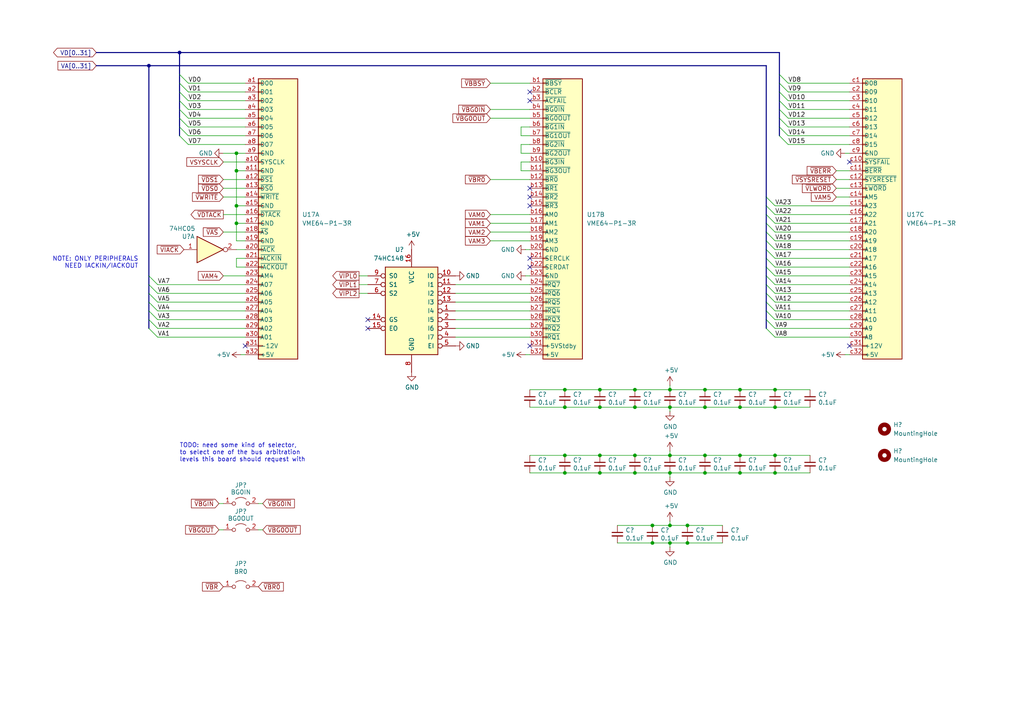
<source format=kicad_sch>
(kicad_sch (version 20231120) (generator "eeschema") (generator_version "8.0")
  (paper "A4")
  (title_block (title "k30p-VME") (rev "1"))
  (lib_symbols
    (symbol "74xx:74LS05" (pin_names (offset 1.016))
      (property "Reference" "U" (at 0 1.27 0))
      (property "Value" "74LS05" (at 0 -1.27 0))
      (symbol "74LS05_1_0"
        (pin input line (at -7.62 0 0) (length 3.81) (name "~") (number "1"))
        (pin open_collector inverted (at 7.62 0 180) (length 3.81) (name "~") (number "2"))
      )
      (symbol "74LS05_2_0"
        (pin input line (at -7.62 0 0) (length 3.81) (name "~") (number "3"))
        (pin open_collector inverted (at 7.62 0 180) (length 3.81) (name "~") (number "4"))
      )
      (symbol "74LS05_3_0"
        (pin input line (at -7.62 0 0) (length 3.81) (name "~") (number "5"))
        (pin open_collector inverted (at 7.62 0 180) (length 3.81) (name "~") (number "6"))
      )
      (symbol "74LS05_4_0"
        (pin open_collector inverted (at 7.62 0 180) (length 3.81) (name "~") (number "8"))
        (pin input line (at -7.62 0 0) (length 3.81) (name "~") (number "9"))
      )
      (symbol "74LS05_5_0"
        (pin open_collector inverted (at 7.62 0 180) (length 3.81) (name "~") (number "10"))
        (pin input line (at -7.62 0 0) (length 3.81) (name "~") (number "11"))
      )
      (symbol "74LS05_6_0"
        (pin open_collector inverted (at 7.62 0 180) (length 3.81) (name "~") (number "12"))
        (pin input line (at -7.62 0 0) (length 3.81) (name "~") (number "13"))
      )
      (symbol "74LS05_7_0"
        (pin power_in line (at 0 12.7 270) (length 5.08) (name "VCC") (number "14"))
        (pin power_in line (at 0 -12.7 90) (length 5.08) (name "GND") (number "7"))
      )
    )
    (symbol "74xx:74LS148" (pin_names (offset 1.016))
      (property "Reference" "U" (at -7.62 13.97 0))
      (property "Value" "74LS148" (at -7.62 -13.97 0))
      (symbol "74LS148_1_0"
        (pin input inverted (at -12.7 0 0) (length 5.08) (name "I4") (number "1"))
        (pin input inverted (at -12.7 10.16 0) (length 5.08) (name "IO") (number "10"))
        (pin input inverted (at -12.7 7.62 0) (length 5.08) (name "I1") (number "11"))
        (pin input inverted (at -12.7 5.08 0) (length 5.08) (name "I2") (number "12"))
        (pin input inverted (at -12.7 2.54 0) (length 5.08) (name "I3") (number "13"))
        (pin output inverted (at 12.7 -2.54 180) (length 5.08) (name "GS") (number "14"))
        (pin output inverted (at 12.7 -5.08 180) (length 5.08) (name "EO") (number "15"))
        (pin power_in line (at 0 17.78 270) (length 5.08) (name "VCC") (number "16"))
        (pin input inverted (at -12.7 -2.54 0) (length 5.08) (name "I5") (number "2"))
        (pin input inverted (at -12.7 -5.08 0) (length 5.08) (name "I6") (number "3"))
        (pin input inverted (at -12.7 -7.62 0) (length 5.08) (name "I7") (number "4"))
        (pin input inverted (at -12.7 -10.16 0) (length 5.08) (name "EI") (number "5"))
        (pin output inverted (at 12.7 5.08 180) (length 5.08) (name "S2") (number "6"))
        (pin output inverted (at 12.7 7.62 180) (length 5.08) (name "S1") (number "7"))
        (pin power_in line (at 0 -17.78 90) (length 5.08) (name "GND") (number "8"))
        (pin output inverted (at 12.7 10.16 180) (length 5.08) (name "S0") (number "9"))
      )
    )
    (symbol "Computie_Connectors:VME64-P1-3R"
      (property "Reference" "P" (at 0 40.64 0))
      (property "Value" "VME64-P1-3R" (at 0 40.64 0))
      (symbol "VME64-P1-3R_1_1"
        (pin bidirectional line (at -5.08 38.1 0) (length 3.81) (name "D00") (number "a1"))
        (pin output line (at -5.08 15.24 0) (length 3.81) (name "SYSCLK") (number "a10"))
        (pin passive line (at -5.08 12.7 0) (length 3.81) (name "GND") (number "a11"))
        (pin bidirectional line (at -5.08 10.16 0) (length 3.81) (name "~{DS1}") (number "a12"))
        (pin bidirectional line (at -5.08 7.62 0) (length 3.81) (name "~{DS0}") (number "a13"))
        (pin bidirectional line (at -5.08 5.08 0) (length 3.81) (name "~{WRITE}") (number "a14"))
        (pin passive line (at -5.08 2.54 0) (length 3.81) (name "GND") (number "a15"))
        (pin bidirectional line (at -5.08 0 0) (length 3.81) (name "~{DTACK}") (number "a16"))
        (pin passive line (at -5.08 -2.54 0) (length 3.81) (name "GND") (number "a17"))
        (pin bidirectional line (at -5.08 -5.08 0) (length 3.81) (name "~{AS}") (number "a18"))
        (pin passive line (at -5.08 -7.62 0) (length 3.81) (name "GND") (number "a19"))
        (pin bidirectional line (at -5.08 35.56 0) (length 3.81) (name "D01") (number "a2"))
        (pin bidirectional line (at -5.08 -10.16 0) (length 3.81) (name "~{IACK}") (number "a20"))
        (pin input line (at -5.08 -12.7 0) (length 3.81) (name "~{IACKIN}") (number "a21"))
        (pin output line (at -5.08 -15.24 0) (length 3.81) (name "~{IACKOUT}") (number "a22"))
        (pin bidirectional line (at -5.08 -17.78 0) (length 3.81) (name "AM4") (number "a23"))
        (pin bidirectional line (at -5.08 -20.32 0) (length 3.81) (name "A07") (number "a24"))
        (pin bidirectional line (at -5.08 -22.86 0) (length 3.81) (name "A06") (number "a25"))
        (pin bidirectional line (at -5.08 -25.4 0) (length 3.81) (name "A05") (number "a26"))
        (pin bidirectional line (at -5.08 -27.94 0) (length 3.81) (name "A04") (number "a27"))
        (pin bidirectional line (at -5.08 -30.48 0) (length 3.81) (name "A03") (number "a28"))
        (pin bidirectional line (at -5.08 -33.02 0) (length 3.81) (name "A02") (number "a29"))
        (pin bidirectional line (at -5.08 33.02 0) (length 3.81) (name "D02") (number "a3"))
        (pin bidirectional line (at -5.08 -35.56 0) (length 3.81) (name "A01") (number "a30"))
        (pin passive line (at -5.08 -38.1 0) (length 3.81) (name "-12V") (number "a31"))
        (pin passive line (at -5.08 -40.64 0) (length 3.81) (name "+5V") (number "a32"))
        (pin bidirectional line (at -5.08 30.48 0) (length 3.81) (name "D03") (number "a4"))
        (pin bidirectional line (at -5.08 27.94 0) (length 3.81) (name "D04") (number "a5"))
        (pin bidirectional line (at -5.08 25.4 0) (length 3.81) (name "D05") (number "a6"))
        (pin bidirectional line (at -5.08 22.86 0) (length 3.81) (name "D06") (number "a7"))
        (pin bidirectional line (at -5.08 20.32 0) (length 3.81) (name "D07") (number "a8"))
        (pin passive line (at -5.08 17.78 0) (length 3.81) (name "GND") (number "a9"))
      )
      (symbol "VME64-P1-3R_2_1"
        (pin bidirectional line (at -5.08 38.1 0) (length 3.81) (name "~{BBSY}") (number "b1"))
        (pin input line (at -5.08 15.24 0) (length 3.81) (name "~{BG3IN}") (number "b10"))
        (pin output line (at -5.08 12.7 0) (length 3.81) (name "~{BG3OUT}") (number "b11"))
        (pin bidirectional line (at -5.08 10.16 0) (length 3.81) (name "~{BR0}") (number "b12"))
        (pin bidirectional line (at -5.08 7.62 0) (length 3.81) (name "~{BR1}") (number "b13"))
        (pin bidirectional line (at -5.08 5.08 0) (length 3.81) (name "~{BR2}") (number "b14"))
        (pin bidirectional line (at -5.08 2.54 0) (length 3.81) (name "~{BR3}") (number "b15"))
        (pin bidirectional line (at -5.08 0 0) (length 3.81) (name "AM0") (number "b16"))
        (pin bidirectional line (at -5.08 -2.54 0) (length 3.81) (name "AM1") (number "b17"))
        (pin bidirectional line (at -5.08 -5.08 0) (length 3.81) (name "AM2") (number "b18"))
        (pin bidirectional line (at -5.08 -7.62 0) (length 3.81) (name "AM3") (number "b19"))
        (pin bidirectional line (at -5.08 35.56 0) (length 3.81) (name "~{BCLR}") (number "b2"))
        (pin passive line (at -5.08 -10.16 0) (length 3.81) (name "GND") (number "b20"))
        (pin bidirectional line (at -5.08 -12.7 0) (length 3.81) (name "SERCLK") (number "b21"))
        (pin bidirectional line (at -5.08 -15.24 0) (length 3.81) (name "SERDAT") (number "b22"))
        (pin passive line (at -5.08 -17.78 0) (length 3.81) (name "GND") (number "b23"))
        (pin bidirectional line (at -5.08 -20.32 0) (length 3.81) (name "~{IRQ7}") (number "b24"))
        (pin bidirectional line (at -5.08 -22.86 0) (length 3.81) (name "~{IRQ6}") (number "b25"))
        (pin bidirectional line (at -5.08 -25.4 0) (length 3.81) (name "~{IRQ5}") (number "b26"))
        (pin bidirectional line (at -5.08 -27.94 0) (length 3.81) (name "~{IRQ4}") (number "b27"))
        (pin bidirectional line (at -5.08 -30.48 0) (length 3.81) (name "~{IRQ3}") (number "b28"))
        (pin bidirectional line (at -5.08 -33.02 0) (length 3.81) (name "~{IRQ2}") (number "b29"))
        (pin output line (at -5.08 33.02 0) (length 3.81) (name "~{ACFAIL}") (number "b3"))
        (pin bidirectional line (at -5.08 -35.56 0) (length 3.81) (name "~{IRQ1}") (number "b30"))
        (pin passive line (at -5.08 -38.1 0) (length 3.81) (name "+5VStdby") (number "b31"))
        (pin passive line (at -5.08 -40.64 0) (length 3.81) (name "+5V") (number "b32"))
        (pin input line (at -5.08 30.48 0) (length 3.81) (name "~{BG0IN}") (number "b4"))
        (pin output line (at -5.08 27.94 0) (length 3.81) (name "~{BG0OUT}") (number "b5"))
        (pin input line (at -5.08 25.4 0) (length 3.81) (name "~{BG1IN}") (number "b6"))
        (pin output line (at -5.08 22.86 0) (length 3.81) (name "~{BG1OUT}") (number "b7"))
        (pin input line (at -5.08 20.32 0) (length 3.81) (name "~{BG2IN}") (number "b8"))
        (pin output line (at -5.08 17.78 0) (length 3.81) (name "~{BG2OUT}") (number "b9"))
      )
      (symbol "VME64-P1-3R_3_1"
        (pin bidirectional line (at -5.08 38.1 0) (length 3.81) (name "D08") (number "c1"))
        (pin bidirectional line (at -5.08 15.24 0) (length 3.81) (name "~{SYSFAIL}") (number "c10"))
        (pin bidirectional line (at -5.08 12.7 0) (length 3.81) (name "~{BERR}") (number "c11"))
        (pin bidirectional line (at -5.08 10.16 0) (length 3.81) (name "~{SYSRESET}") (number "c12"))
        (pin bidirectional line (at -5.08 7.62 0) (length 3.81) (name "~{LWORD}") (number "c13"))
        (pin bidirectional line (at -5.08 5.08 0) (length 3.81) (name "AM5") (number "c14"))
        (pin bidirectional line (at -5.08 2.54 0) (length 3.81) (name "A23") (number "c15"))
        (pin bidirectional line (at -5.08 0 0) (length 3.81) (name "A22") (number "c16"))
        (pin bidirectional line (at -5.08 -2.54 0) (length 3.81) (name "A21") (number "c17"))
        (pin bidirectional line (at -5.08 -5.08 0) (length 3.81) (name "A20") (number "c18"))
        (pin bidirectional line (at -5.08 -7.62 0) (length 3.81) (name "A19") (number "c19"))
        (pin bidirectional line (at -5.08 35.56 0) (length 3.81) (name "D09") (number "c2"))
        (pin bidirectional line (at -5.08 -10.16 0) (length 3.81) (name "A18") (number "c20"))
        (pin bidirectional line (at -5.08 -12.7 0) (length 3.81) (name "A17") (number "c21"))
        (pin bidirectional line (at -5.08 -15.24 0) (length 3.81) (name "A16") (number "c22"))
        (pin bidirectional line (at -5.08 -17.78 0) (length 3.81) (name "A15") (number "c23"))
        (pin bidirectional line (at -5.08 -20.32 0) (length 3.81) (name "A14") (number "c24"))
        (pin bidirectional line (at -5.08 -22.86 0) (length 3.81) (name "A13") (number "c25"))
        (pin bidirectional line (at -5.08 -25.4 0) (length 3.81) (name "A12") (number "c26"))
        (pin bidirectional line (at -5.08 -27.94 0) (length 3.81) (name "A11") (number "c27"))
        (pin bidirectional line (at -5.08 -30.48 0) (length 3.81) (name "A10") (number "c28"))
        (pin bidirectional line (at -5.08 -33.02 0) (length 3.81) (name "A9") (number "c29"))
        (pin bidirectional line (at -5.08 33.02 0) (length 3.81) (name "D10") (number "c3"))
        (pin bidirectional line (at -5.08 -35.56 0) (length 3.81) (name "A8") (number "c30"))
        (pin passive line (at -5.08 -38.1 0) (length 3.81) (name "+12V") (number "c31"))
        (pin passive line (at -5.08 -40.64 0) (length 3.81) (name "+5V") (number "c32"))
        (pin bidirectional line (at -5.08 30.48 0) (length 3.81) (name "D11") (number "c4"))
        (pin bidirectional line (at -5.08 27.94 0) (length 3.81) (name "D12") (number "c5"))
        (pin bidirectional line (at -5.08 25.4 0) (length 3.81) (name "D13") (number "c6"))
        (pin bidirectional line (at -5.08 22.86 0) (length 3.81) (name "D14") (number "c7"))
        (pin bidirectional line (at -5.08 20.32 0) (length 3.81) (name "D15") (number "c8"))
        (pin passive line (at -5.08 17.78 0) (length 3.81) (name "GND") (number "c9"))
      )
    )
    (symbol "Device:C_Small" (pin_numbers hide) (pin_names (offset 0.254) hide)
      (property "Reference" "C" (at 0.254 1.778 0))
      (property "Value" "C_Small" (at 0.254 -2.032 0))
      (symbol "C_Small_1_1"
        (pin passive line (at 0 2.54 270) (length 2.032) (name "~") (number "1"))
        (pin passive line (at 0 -2.54 90) (length 2.032) (name "~") (number "2"))
      )
    )
    (symbol "Jumper:Jumper_2_Open" (pin_names (offset 0) hide)
      (property "Reference" "JP" (at 0 2.794 0))
      (property "Value" "Jumper_2_Open" (at 0 -2.286 0))
      (symbol "Jumper_2_Open_1_1"
        (pin passive line (at -5.08 0 0) (length 2.54) (name "A") (number "1"))
        (pin passive line (at 5.08 0 180) (length 2.54) (name "B") (number "2"))
      )
    )
    (symbol "Mechanical:MountingHole" (pin_names (offset 1.016))
      (property "Reference" "H" (at 0 5.08 0))
      (property "Value" "MountingHole" (at 0 3.175 0))
    )
    (symbol "power:+5V" (power) (pin_numbers hide) (pin_names (offset 0) hide)
      (property "Value" "+5V" (at 0 3.556 0))
      (symbol "+5V_1_1"
        (pin power_in line (at 0 0 90) (length 0) (name "~") (number "1"))
      )
    )
    (symbol "power:GND" (power) (pin_numbers hide) (pin_names (offset 0) hide)
      (property "Value" "GND" (at 0 -3.81 0))
      (symbol "GND_1_1"
        (pin power_in line (at 0 0 270) (length 0) (name "~") (number "1"))
      )
    )
  )
  (junction (at 199.39 157.48))
  (junction (at 173.99 118.11))
  (junction (at 194.31 118.11))
  (junction (at 194.31 132.08))
  (junction (at 173.99 132.08))
  (junction (at 194.31 137.16))
  (junction (at 163.83 132.08))
  (junction (at 189.23 152.4))
  (junction (at 68.58 59.69))
  (junction (at 173.99 113.03))
  (junction (at 184.15 118.11))
  (junction (at 214.63 113.03))
  (junction (at 194.31 157.48))
  (junction (at 68.58 64.77))
  (junction (at 189.23 157.48))
  (junction (at 204.47 137.16))
  (junction (at 194.31 113.03))
  (junction (at 184.15 137.16))
  (junction (at 214.63 137.16))
  (junction (at 224.79 118.11))
  (junction (at 204.47 132.08))
  (junction (at 224.79 132.08))
  (junction (at 224.79 137.16))
  (junction (at 68.58 49.53))
  (junction (at 173.99 137.16))
  (junction (at 163.83 137.16))
  (junction (at 214.63 132.08))
  (junction (at 204.47 113.03))
  (junction (at 184.15 132.08))
  (junction (at 68.58 44.45))
  (junction (at 199.39 152.4))
  (junction (at 163.83 113.03))
  (junction (at 194.31 152.4))
  (junction (at 52.07 15.24))
  (junction (at 204.47 118.11))
  (junction (at 214.63 118.11))
  (junction (at 163.83 118.11))
  (junction (at 184.15 113.03))
  (junction (at 43.18 19.05))
  (junction (at 224.79 113.03))
  (no_connect (at 153.67 29.21))
  (no_connect (at 153.67 26.67))
  (no_connect (at 153.67 77.47))
  (no_connect (at 71.12 100.33))
  (no_connect (at 153.67 100.33))
  (no_connect (at 153.67 57.15))
  (no_connect (at 246.38 46.99))
  (no_connect (at 106.68 95.25))
  (no_connect (at 153.67 74.93))
  (no_connect (at 153.67 59.69))
  (no_connect (at 153.67 54.61))
  (no_connect (at 106.68 92.71))
  (no_connect (at 246.38 100.33))
  (bus_entry (at 228.6 24.13) (size -2.54 -2.54))
  (bus_entry (at 228.6 41.91) (size -2.54 -2.54))
  (bus_entry (at 54.61 36.83) (size -2.54 -2.54))
  (bus_entry (at 45.72 85.09) (size -2.54 -2.54))
  (bus_entry (at 45.72 95.25) (size -2.54 -2.54))
  (bus_entry (at 224.79 62.23) (size -2.54 -2.54))
  (bus_entry (at 224.79 90.17) (size -2.54 -2.54))
  (bus_entry (at 45.72 82.55) (size -2.54 -2.54))
  (bus_entry (at 224.79 59.69) (size -2.54 -2.54))
  (bus_entry (at 224.79 95.25) (size -2.54 -2.54))
  (bus_entry (at 224.79 74.93) (size -2.54 -2.54))
  (bus_entry (at 224.79 64.77) (size -2.54 -2.54))
  (bus_entry (at 228.6 39.37) (size -2.54 -2.54))
  (bus_entry (at 224.79 69.85) (size -2.54 -2.54))
  (bus_entry (at 228.6 34.29) (size -2.54 -2.54))
  (bus_entry (at 224.79 67.31) (size -2.54 -2.54))
  (bus_entry (at 45.72 92.71) (size -2.54 -2.54))
  (bus_entry (at 54.61 24.13) (size -2.54 -2.54))
  (bus_entry (at 228.6 29.21) (size -2.54 -2.54))
  (bus_entry (at 54.61 39.37) (size -2.54 -2.54))
  (bus_entry (at 224.79 97.79) (size -2.54 -2.54))
  (bus_entry (at 54.61 41.91) (size -2.54 -2.54))
  (bus_entry (at 45.72 87.63) (size -2.54 -2.54))
  (bus_entry (at 54.61 31.75) (size -2.54 -2.54))
  (bus_entry (at 45.72 90.17) (size -2.54 -2.54))
  (bus_entry (at 54.61 34.29) (size -2.54 -2.54))
  (bus_entry (at 224.79 77.47) (size -2.54 -2.54))
  (bus_entry (at 228.6 36.83) (size -2.54 -2.54))
  (bus_entry (at 224.79 80.01) (size -2.54 -2.54))
  (bus_entry (at 224.79 72.39) (size -2.54 -2.54))
  (bus_entry (at 54.61 26.67) (size -2.54 -2.54))
  (bus_entry (at 224.79 87.63) (size -2.54 -2.54))
  (bus_entry (at 224.79 85.09) (size -2.54 -2.54))
  (bus_entry (at 45.72 97.79) (size -2.54 -2.54))
  (bus_entry (at 228.6 26.67) (size -2.54 -2.54))
  (bus_entry (at 228.6 31.75) (size -2.54 -2.54))
  (bus_entry (at 224.79 92.71) (size -2.54 -2.54))
  (bus_entry (at 54.61 29.21) (size -2.54 -2.54))
  (bus_entry (at 224.79 82.55) (size -2.54 -2.54))
  (wire (pts (xy 54.61 39.37) (xy 71.12 39.37)))
  (wire (pts (xy 64.77 46.99) (xy 71.12 46.99)))
  (wire (pts (xy 69.85 102.87) (xy 71.12 102.87)))
  (wire (pts (xy 132.08 85.09) (xy 153.67 85.09)))
  (wire (pts (xy 224.79 132.08) (xy 214.63 132.08)))
  (wire (pts (xy 184.15 137.16) (xy 194.31 137.16)))
  (wire (pts (xy 163.83 137.16) (xy 153.67 137.16)))
  (wire (pts (xy 68.58 44.45) (xy 68.58 49.53)))
  (wire (pts (xy 132.08 90.17) (xy 153.67 90.17)))
  (wire (pts (xy 224.79 62.23) (xy 246.38 62.23)))
  (bus (pts (xy 222.25 19.05) (xy 222.25 57.15)))
  (bus (pts (xy 226.06 31.75) (xy 226.06 34.29)))
  (wire (pts (xy 71.12 44.45) (xy 68.58 44.45)))
  (wire (pts (xy 142.24 24.13) (xy 153.67 24.13)))
  (wire (pts (xy 64.77 44.45) (xy 68.58 44.45)))
  (bus (pts (xy 52.07 21.59) (xy 52.07 24.13)))
  (wire (pts (xy 173.99 132.08) (xy 184.15 132.08)))
  (wire (pts (xy 68.58 59.69) (xy 71.12 59.69)))
  (bus (pts (xy 222.25 87.63) (xy 222.25 90.17)))
  (bus (pts (xy 222.25 90.17) (xy 222.25 92.71)))
  (wire (pts (xy 224.79 137.16) (xy 234.95 137.16)))
  (bus (pts (xy 222.25 82.55) (xy 222.25 85.09)))
  (wire (pts (xy 242.57 57.15) (xy 246.38 57.15)))
  (wire (pts (xy 228.6 39.37) (xy 246.38 39.37)))
  (wire (pts (xy 224.79 69.85) (xy 246.38 69.85)))
  (wire (pts (xy 224.79 92.71) (xy 246.38 92.71)))
  (wire (pts (xy 68.58 69.85) (xy 71.12 69.85)))
  (wire (pts (xy 153.67 132.08) (xy 163.83 132.08)))
  (wire (pts (xy 224.79 85.09) (xy 246.38 85.09)))
  (wire (pts (xy 204.47 118.11) (xy 214.63 118.11)))
  (bus (pts (xy 52.07 15.24) (xy 52.07 21.59)))
  (wire (pts (xy 151.13 46.99) (xy 151.13 49.53)))
  (wire (pts (xy 224.79 67.31) (xy 246.38 67.31)))
  (wire (pts (xy 224.79 72.39) (xy 246.38 72.39)))
  (bus (pts (xy 222.25 80.01) (xy 222.25 82.55)))
  (wire (pts (xy 132.08 97.79) (xy 153.67 97.79)))
  (wire (pts (xy 173.99 113.03) (xy 184.15 113.03)))
  (wire (pts (xy 245.11 102.87) (xy 246.38 102.87)))
  (wire (pts (xy 151.13 39.37) (xy 153.67 39.37)))
  (bus (pts (xy 27.94 15.24) (xy 52.07 15.24)))
  (wire (pts (xy 68.58 77.47) (xy 71.12 77.47)))
  (bus (pts (xy 222.25 64.77) (xy 222.25 67.31)))
  (wire (pts (xy 173.99 137.16) (xy 163.83 137.16)))
  (wire (pts (xy 142.24 52.07) (xy 153.67 52.07)))
  (wire (pts (xy 224.79 118.11) (xy 234.95 118.11)))
  (bus (pts (xy 52.07 24.13) (xy 52.07 26.67)))
  (wire (pts (xy 64.77 67.31) (xy 71.12 67.31)))
  (wire (pts (xy 194.31 111.76) (xy 194.31 113.03)))
  (wire (pts (xy 189.23 152.4) (xy 194.31 152.4)))
  (wire (pts (xy 68.58 64.77) (xy 68.58 69.85)))
  (wire (pts (xy 228.6 41.91) (xy 246.38 41.91)))
  (bus (pts (xy 43.18 95.25) (xy 43.18 92.71)))
  (wire (pts (xy 64.77 54.61) (xy 71.12 54.61)))
  (wire (pts (xy 228.6 24.13) (xy 246.38 24.13)))
  (wire (pts (xy 45.72 92.71) (xy 71.12 92.71)))
  (wire (pts (xy 242.57 52.07) (xy 246.38 52.07)))
  (bus (pts (xy 52.07 26.67) (xy 52.07 29.21)))
  (wire (pts (xy 45.72 90.17) (xy 71.12 90.17)))
  (wire (pts (xy 74.93 146.05) (xy 76.2 146.05)))
  (wire (pts (xy 45.72 85.09) (xy 71.12 85.09)))
  (wire (pts (xy 54.61 41.91) (xy 71.12 41.91)))
  (wire (pts (xy 64.77 57.15) (xy 71.12 57.15)))
  (wire (pts (xy 194.31 137.16) (xy 204.47 137.16)))
  (wire (pts (xy 214.63 118.11) (xy 224.79 118.11)))
  (wire (pts (xy 152.4 80.01) (xy 153.67 80.01)))
  (wire (pts (xy 228.6 34.29) (xy 246.38 34.29)))
  (wire (pts (xy 132.08 92.71) (xy 153.67 92.71)))
  (bus (pts (xy 43.18 90.17) (xy 43.18 87.63)))
  (bus (pts (xy 226.06 29.21) (xy 226.06 31.75)))
  (wire (pts (xy 179.07 152.4) (xy 189.23 152.4)))
  (wire (pts (xy 153.67 113.03) (xy 163.83 113.03)))
  (wire (pts (xy 142.24 69.85) (xy 153.67 69.85)))
  (wire (pts (xy 224.79 74.93) (xy 246.38 74.93)))
  (wire (pts (xy 132.08 82.55) (xy 153.67 82.55)))
  (wire (pts (xy 71.12 74.93) (xy 68.58 74.93)))
  (bus (pts (xy 222.25 72.39) (xy 222.25 74.93)))
  (wire (pts (xy 64.77 80.01) (xy 71.12 80.01)))
  (wire (pts (xy 132.08 95.25) (xy 153.67 95.25)))
  (wire (pts (xy 152.4 72.39) (xy 153.67 72.39)))
  (wire (pts (xy 224.79 132.08) (xy 234.95 132.08)))
  (wire (pts (xy 194.31 137.16) (xy 194.31 138.43)))
  (wire (pts (xy 71.12 72.39) (xy 68.58 72.39)))
  (wire (pts (xy 224.79 80.01) (xy 246.38 80.01)))
  (wire (pts (xy 45.72 82.55) (xy 71.12 82.55)))
  (wire (pts (xy 151.13 36.83) (xy 151.13 39.37)))
  (wire (pts (xy 194.31 157.48) (xy 189.23 157.48)))
  (bus (pts (xy 226.06 15.24) (xy 226.06 21.59)))
  (wire (pts (xy 224.79 90.17) (xy 246.38 90.17)))
  (wire (pts (xy 64.77 52.07) (xy 71.12 52.07)))
  (wire (pts (xy 71.12 64.77) (xy 68.58 64.77)))
  (wire (pts (xy 194.31 130.81) (xy 194.31 132.08)))
  (wire (pts (xy 152.4 102.87) (xy 153.67 102.87)))
  (wire (pts (xy 194.31 152.4) (xy 199.39 152.4)))
  (wire (pts (xy 153.67 41.91) (xy 151.13 41.91)))
  (wire (pts (xy 228.6 36.83) (xy 246.38 36.83)))
  (bus (pts (xy 52.07 36.83) (xy 52.07 39.37)))
  (wire (pts (xy 246.38 44.45) (xy 245.11 44.45)))
  (bus (pts (xy 43.18 19.05) (xy 222.25 19.05)))
  (wire (pts (xy 54.61 31.75) (xy 71.12 31.75)))
  (bus (pts (xy 222.25 57.15) (xy 222.25 59.69)))
  (wire (pts (xy 224.79 87.63) (xy 246.38 87.63)))
  (bus (pts (xy 43.18 92.71) (xy 43.18 90.17)))
  (wire (pts (xy 242.57 54.61) (xy 246.38 54.61)))
  (wire (pts (xy 228.6 26.67) (xy 246.38 26.67)))
  (wire (pts (xy 224.79 95.25) (xy 246.38 95.25)))
  (wire (pts (xy 151.13 49.53) (xy 153.67 49.53)))
  (bus (pts (xy 43.18 82.55) (xy 43.18 85.09)))
  (wire (pts (xy 71.12 49.53) (xy 68.58 49.53)))
  (wire (pts (xy 184.15 113.03) (xy 194.31 113.03)))
  (wire (pts (xy 142.24 64.77) (xy 153.67 64.77)))
  (wire (pts (xy 184.15 118.11) (xy 194.31 118.11)))
  (wire (pts (xy 194.31 151.13) (xy 194.31 152.4)))
  (wire (pts (xy 163.83 118.11) (xy 153.67 118.11)))
  (wire (pts (xy 204.47 137.16) (xy 214.63 137.16)))
  (wire (pts (xy 45.72 87.63) (xy 71.12 87.63)))
  (wire (pts (xy 228.6 31.75) (xy 246.38 31.75)))
  (wire (pts (xy 194.31 118.11) (xy 204.47 118.11)))
  (wire (pts (xy 104.14 80.01) (xy 106.68 80.01)))
  (wire (pts (xy 224.79 113.03) (xy 214.63 113.03)))
  (bus (pts (xy 43.18 87.63) (xy 43.18 85.09)))
  (wire (pts (xy 132.08 87.63) (xy 153.67 87.63)))
  (wire (pts (xy 199.39 157.48) (xy 194.31 157.48)))
  (wire (pts (xy 184.15 132.08) (xy 194.31 132.08)))
  (wire (pts (xy 173.99 118.11) (xy 163.83 118.11)))
  (wire (pts (xy 194.31 118.11) (xy 194.31 119.38)))
  (wire (pts (xy 63.5 153.67) (xy 64.77 153.67)))
  (bus (pts (xy 226.06 34.29) (xy 226.06 36.83)))
  (wire (pts (xy 104.14 85.09) (xy 106.68 85.09)))
  (wire (pts (xy 173.99 118.11) (xy 184.15 118.11)))
  (bus (pts (xy 222.25 69.85) (xy 222.25 72.39)))
  (wire (pts (xy 54.61 29.21) (xy 71.12 29.21)))
  (wire (pts (xy 224.79 82.55) (xy 246.38 82.55)))
  (wire (pts (xy 189.23 157.48) (xy 179.07 157.48)))
  (bus (pts (xy 222.25 74.93) (xy 222.25 77.47)))
  (wire (pts (xy 142.24 67.31) (xy 153.67 67.31)))
  (wire (pts (xy 54.61 26.67) (xy 71.12 26.67)))
  (wire (pts (xy 142.24 31.75) (xy 153.67 31.75)))
  (wire (pts (xy 142.24 62.23) (xy 153.67 62.23)))
  (wire (pts (xy 224.79 77.47) (xy 246.38 77.47)))
  (wire (pts (xy 214.63 132.08) (xy 204.47 132.08)))
  (wire (pts (xy 54.61 36.83) (xy 71.12 36.83)))
  (wire (pts (xy 199.39 157.48) (xy 209.55 157.48)))
  (bus (pts (xy 52.07 31.75) (xy 52.07 34.29)))
  (bus (pts (xy 52.07 15.24) (xy 226.06 15.24)))
  (bus (pts (xy 222.25 77.47) (xy 222.25 80.01)))
  (wire (pts (xy 173.99 137.16) (xy 184.15 137.16)))
  (bus (pts (xy 43.18 80.01) (xy 43.18 82.55)))
  (wire (pts (xy 214.63 113.03) (xy 204.47 113.03)))
  (wire (pts (xy 228.6 29.21) (xy 246.38 29.21)))
  (bus (pts (xy 222.25 59.69) (xy 222.25 62.23)))
  (wire (pts (xy 224.79 113.03) (xy 234.95 113.03)))
  (wire (pts (xy 153.67 46.99) (xy 151.13 46.99)))
  (wire (pts (xy 64.77 62.23) (xy 71.12 62.23)))
  (wire (pts (xy 151.13 41.91) (xy 151.13 44.45)))
  (bus (pts (xy 222.25 92.71) (xy 222.25 95.25)))
  (wire (pts (xy 45.72 95.25) (xy 71.12 95.25)))
  (wire (pts (xy 68.58 74.93) (xy 68.58 77.47)))
  (wire (pts (xy 214.63 137.16) (xy 224.79 137.16)))
  (wire (pts (xy 163.83 113.03) (xy 173.99 113.03)))
  (bus (pts (xy 52.07 29.21) (xy 52.07 31.75)))
  (wire (pts (xy 151.13 44.45) (xy 153.67 44.45)))
  (bus (pts (xy 222.25 62.23) (xy 222.25 64.77)))
  (wire (pts (xy 242.57 49.53) (xy 246.38 49.53)))
  (bus (pts (xy 226.06 26.67) (xy 226.06 29.21)))
  (wire (pts (xy 68.58 59.69) (xy 68.58 64.77)))
  (wire (pts (xy 54.61 24.13) (xy 71.12 24.13)))
  (bus (pts (xy 43.18 19.05) (xy 43.18 80.01)))
  (wire (pts (xy 142.24 34.29) (xy 153.67 34.29)))
  (wire (pts (xy 224.79 64.77) (xy 246.38 64.77)))
  (bus (pts (xy 222.25 67.31) (xy 222.25 69.85)))
  (wire (pts (xy 194.31 132.08) (xy 204.47 132.08)))
  (bus (pts (xy 226.06 24.13) (xy 226.06 26.67)))
  (wire (pts (xy 153.67 36.83) (xy 151.13 36.83)))
  (wire (pts (xy 194.31 113.03) (xy 204.47 113.03)))
  (bus (pts (xy 222.25 85.09) (xy 222.25 87.63)))
  (wire (pts (xy 224.79 97.79) (xy 246.38 97.79)))
  (wire (pts (xy 104.14 82.55) (xy 106.68 82.55)))
  (wire (pts (xy 45.72 97.79) (xy 71.12 97.79)))
  (bus (pts (xy 226.06 36.83) (xy 226.06 39.37)))
  (bus (pts (xy 226.06 21.59) (xy 226.06 24.13)))
  (wire (pts (xy 68.58 49.53) (xy 68.58 59.69)))
  (bus (pts (xy 52.07 34.29) (xy 52.07 36.83)))
  (wire (pts (xy 224.79 59.69) (xy 246.38 59.69)))
  (wire (pts (xy 63.5 146.05) (xy 64.77 146.05)))
  (wire (pts (xy 163.83 132.08) (xy 173.99 132.08)))
  (wire (pts (xy 194.31 157.48) (xy 194.31 158.75)))
  (wire (pts (xy 54.61 34.29) (xy 71.12 34.29)))
  (wire (pts (xy 199.39 152.4) (xy 209.55 152.4)))
  (wire (pts (xy 74.93 153.67) (xy 76.2 153.67)))
  (bus (pts (xy 27.94 19.05) (xy 43.18 19.05)))
  (text "TODO: need some kind of selector,\nto select one of the bus arbitration\nlevels this board should request with" (at 52.07 134.112 0) (effects (font (size 1.27 1.27)) (justify left bottom)))
  (text "NOTE: ONLY PERIPHERALS\nNEED IACKIN/IACKOUT" (at 40.132 77.978 0) (effects (font (size 1.27 1.27)) (justify right bottom)))
  (label "VD12" (at 228.6 34.29 0))
  (label "VA17" (at 224.79 74.93 0))
  (label "VD11" (at 228.6 31.75 0))
  (label "VD13" (at 228.6 36.83 0))
  (label "VA13" (at 224.79 85.09 0))
  (label "VA4" (at 45.72 90.17 0))
  (label "VA2" (at 45.72 95.25 0))
  (label "VA11" (at 224.79 90.17 0))
  (label "VD6" (at 54.61 39.37 0))
  (label "VD2" (at 54.61 29.21 0))
  (label "VD4" (at 54.61 34.29 0))
  (label "VA8" (at 224.79 97.79 0))
  (label "VA6" (at 45.72 85.09 0))
  (label "VA19" (at 224.79 69.85 0))
  (label "VA1" (at 45.72 97.79 0))
  (label "VA12" (at 224.79 87.63 0))
  (label "VA21" (at 224.79 64.77 0))
  (label "VD7" (at 54.61 41.91 0))
  (label "VA16" (at 224.79 77.47 0))
  (label "VA18" (at 224.79 72.39 0))
  (label "VD3" (at 54.61 31.75 0))
  (label "VD5" (at 54.61 36.83 0))
  (label "VA20" (at 224.79 67.31 0))
  (label "VD15" (at 228.6 41.91 0))
  (label "VA3" (at 45.72 92.71 0))
  (label "VA9" (at 224.79 95.25 0))
  (label "VA22" (at 224.79 62.23 0))
  (label "VA14" (at 224.79 82.55 0))
  (label "VA23" (at 224.79 59.69 0))
  (label "VD10" (at 228.6 29.21 0))
  (label "VD9" (at 228.6 26.67 0))
  (label "VD8" (at 228.6 24.13 0))
  (label "VA10" (at 224.79 92.71 0))
  (label "VD0" (at 54.61 24.13 0))
  (label "VD14" (at 228.6 39.37 0))
  (label "VD1" (at 54.61 26.67 0))
  (label "VA7" (at 45.72 82.55 0))
  (label "VA15" (at 224.79 80.01 0))
  (label "VA5" (at 45.72 87.63 0))
  (global_label "~{VWRITE}" (shape input) (at 64.77 57.15 180) (property "Intersheetrefs" "${INTERSHEET_REFS}" (at 55.2534 57.15 0) (effects (justify right))))
  (global_label "VD[0..31]" (shape bidirectional) (at 27.94 15.24 180) (property "Intersheetrefs" "${INTERSHEET_REFS}" (at 14.9534 15.24 0) (effects (justify right))))
  (global_label "VAM2" (shape input) (at 142.24 67.31 180) (property "Intersheetrefs" "${INTERSHEET_REFS}" (at 134.4167 67.31 0) (effects (justify right))))
  (global_label "~{VBGOUT}" (shape input) (at 63.5 153.67 180) (property "Intersheetrefs" "${INTERSHEET_REFS}" (at 53.2576 153.67 0) (effects (justify right))))
  (global_label "~{VBG0OUT}" (shape input) (at 76.2 153.67 0) (property "Intersheetrefs" "${INTERSHEET_REFS}" (at 87.6519 153.67 0) (effects (justify left))))
  (global_label "~{VAS}" (shape input) (at 64.77 67.31 180) (property "Intersheetrefs" "${INTERSHEET_REFS}" (at 58.3981 67.31 0) (effects (justify right))))
  (global_label "VAM5" (shape input) (at 242.57 57.15 180) (property "Intersheetrefs" "${INTERSHEET_REFS}" (at 234.7467 57.15 0) (effects (justify right))))
  (global_label "~{VBG0IN}" (shape input) (at 76.2 146.05 0) (property "Intersheetrefs" "${INTERSHEET_REFS}" (at 85.9586 146.05 0) (effects (justify left))))
  (global_label "~{VIPL2}" (shape output) (at 104.14 85.09 180) (property "Intersheetrefs" "${INTERSHEET_REFS}" (at 95.9538 85.09 0) (effects (justify right))))
  (global_label "VAM3" (shape input) (at 142.24 69.85 180) (property "Intersheetrefs" "${INTERSHEET_REFS}" (at 134.4167 69.85 0) (effects (justify right))))
  (global_label "VSYSCLK" (shape input) (at 64.77 46.99 180) (property "Intersheetrefs" "${INTERSHEET_REFS}" (at 53.6205 46.99 0) (effects (justify right))))
  (global_label "~{VBR0}" (shape input) (at 74.93 170.18 0) (property "Intersheetrefs" "${INTERSHEET_REFS}" (at 82.7533 170.18 0) (effects (justify left))))
  (global_label "~{VIPL0}" (shape output) (at 104.14 80.01 180) (property "Intersheetrefs" "${INTERSHEET_REFS}" (at 95.9538 80.01 0) (effects (justify right))))
  (global_label "VAM4" (shape input) (at 64.77 80.01 180) (property "Intersheetrefs" "${INTERSHEET_REFS}" (at 56.9467 80.01 0) (effects (justify right))))
  (global_label "~{VBERR}" (shape input) (at 242.57 49.53 180) (property "Intersheetrefs" "${INTERSHEET_REFS}" (at 233.5372 49.53 0) (effects (justify right))))
  (global_label "~{VSYSRESET}" (shape input) (at 242.57 52.07 180) (property "Intersheetrefs" "${INTERSHEET_REFS}" (at 229.2435 52.07 0) (effects (justify right))))
  (global_label "~{VDS1}" (shape input) (at 64.77 52.07 180) (property "Intersheetrefs" "${INTERSHEET_REFS}" (at 57.0072 52.07 0) (effects (justify right))))
  (global_label "~{VDTACK}" (shape output) (at 64.77 62.23 180) (property "Intersheetrefs" "${INTERSHEET_REFS}" (at 54.83 62.23 0) (effects (justify right))))
  (global_label "VAM0" (shape input) (at 142.24 62.23 180) (property "Intersheetrefs" "${INTERSHEET_REFS}" (at 134.4167 62.23 0) (effects (justify right))))
  (global_label "~{VBR0}" (shape input) (at 142.24 52.07 180) (property "Intersheetrefs" "${INTERSHEET_REFS}" (at 134.4167 52.07 0) (effects (justify right))))
  (global_label "VAM1" (shape input) (at 142.24 64.77 180) (property "Intersheetrefs" "${INTERSHEET_REFS}" (at 134.4167 64.77 0) (effects (justify right))))
  (global_label "~{VLWORD}" (shape input) (at 242.57 54.61 180) (property "Intersheetrefs" "${INTERSHEET_REFS}" (at 232.1462 54.61 0) (effects (justify right))))
  (global_label "~{VDS0}" (shape input) (at 64.77 54.61 180) (property "Intersheetrefs" "${INTERSHEET_REFS}" (at 57.0072 54.61 0) (effects (justify right))))
  (global_label "VA[0..31]" (shape input) (at 27.94 19.05 180) (property "Intersheetrefs" "${INTERSHEET_REFS}" (at 16.2461 19.05 0) (effects (justify right))))
  (global_label "~{VIPL1}" (shape output) (at 104.14 82.55 180) (property "Intersheetrefs" "${INTERSHEET_REFS}" (at 95.9538 82.55 0) (effects (justify right))))
  (global_label "~{VBR}" (shape input) (at 64.77 170.18 180) (property "Intersheetrefs" "${INTERSHEET_REFS}" (at 58.1562 170.18 0) (effects (justify right))))
  (global_label "~{VBBSY}" (shape input) (at 142.24 24.13 180) (property "Intersheetrefs" "${INTERSHEET_REFS}" (at 133.3281 24.13 0) (effects (justify right))))
  (global_label "~{VBG0OUT}" (shape input) (at 142.24 34.29 180) (property "Intersheetrefs" "${INTERSHEET_REFS}" (at 130.7881 34.29 0) (effects (justify right))))
  (global_label "~{VBGIN}" (shape input) (at 63.5 146.05 180) (property "Intersheetrefs" "${INTERSHEET_REFS}" (at 54.9509 146.05 0) (effects (justify right))))
  (global_label "~{VIACK}" (shape input) (at 53.34 72.39 180) (property "Intersheetrefs" "${INTERSHEET_REFS}" (at 45.0328 72.39 0) (effects (justify right))))
  (global_label "~{VBG0IN}" (shape input) (at 142.24 31.75 180) (property "Intersheetrefs" "${INTERSHEET_REFS}" (at 132.4814 31.75 0) (effects (justify right))))
  (symbol (lib_id "Device:C_Small") (at 204.47 115.57 0) (unit 1)
    (property "Reference" "C?" (at 206.8068 114.4016 0) (effects (justify left)))
    (property "Value" "0.1uF" (at 206.8068 116.713 0) (effects (justify left)))
    (property "Footprint" "Capacitor_SMD:C_0805_2012Metric_Pad1.18x1.45mm_HandSolder" (effects (hide yes)))
  )
  (symbol (lib_id "power:GND") (at 245.11 44.45 270) (unit 1)
    (property "Reference" "#PWR01" (effects (hide yes)))
    (property "Value" "GND" (at 240.03 44.45 90))
    (property "Description" "Power symbol creates a global label with name \"GND\" , ground" (effects (hide yes)))
  )
  (symbol (lib_id "Device:C_Small") (at 194.31 134.62 0) (unit 1)
    (property "Reference" "C?" (at 196.6468 133.4516 0) (effects (justify left)))
    (property "Value" "0.1uF" (at 196.6468 135.763 0) (effects (justify left)))
    (property "Footprint" "Capacitor_SMD:C_0805_2012Metric_Pad1.18x1.45mm_HandSolder" (effects (hide yes)))
  )
  (symbol (lib_id "power:GND") (at 64.77 44.45 270) (unit 1)
    (property "Reference" "#PWR?" (effects (hide yes)))
    (property "Value" "GND" (at 59.69 44.45 90))
    (property "Description" "Power symbol creates a global label with name \"GND\" , ground" (effects (hide yes)))
  )
  (symbol (lib_id "power:GND") (at 152.4 80.01 270) (unit 1)
    (property "Reference" "#PWR?" (effects (hide yes)))
    (property "Value" "GND" (at 147.32 80.01 90))
    (property "Description" "Power symbol creates a global label with name \"GND\" , ground" (effects (hide yes)))
  )
  (symbol (lib_id "power:GND") (at 194.31 158.75 0) (unit 1)
    (property "Reference" "#PWR?" (effects (hide yes)))
    (property "Value" "GND" (at 194.437 163.1442 0))
    (property "Description" "Power symbol creates a global label with name \"GND\" , ground" (effects (hide yes)))
  )
  (symbol (lib_id "power:+5V") (at 194.31 130.81 0) (unit 1)
    (property "Reference" "#PWR?" (effects (hide yes)))
    (property "Value" "+5V" (at 194.691 126.4158 0))
    (property "Description" "Power symbol creates a global label with name \"+5V\"" (effects (hide yes)))
  )
  (symbol (lib_id "74xx:74LS148") (at 119.38 90.17 0) (mirror y) (unit 1)
    (property "Reference" "U?" (at 117.1859 72.39 0) (effects (justify left)))
    (property "Value" "74HC148" (at 117.1859 74.93 0) (effects (justify left)))
    (property "Footprint" "Package_SO:SOIC-16_3.9x9.9mm_P1.27mm" (effects (hide yes)))
    (property "Datasheet" "http://www.ti.com/lit/gpn/sn74LS148" (effects (hide yes)))
  )
  (symbol (lib_id "Mechanical:MountingHole") (at 256.54 124.46 0) (unit 1)
    (property "Reference" "H?" (at 259.08 123.19 0) (effects (justify left)))
    (property "Value" "MountingHole" (at 259.08 125.73 0) (effects (justify left)))
    (property "Footprint" "MountingHole:MountingHole_2.7mm_M2.5_DIN965" (effects (hide yes)))
  )
  (symbol (lib_id "Device:C_Small") (at 153.67 134.62 0) (unit 1)
    (property "Reference" "C?" (at 156.0068 133.4516 0) (effects (justify left)))
    (property "Value" "0.1uF" (at 156.0068 135.763 0) (effects (justify left)))
    (property "Footprint" "Capacitor_SMD:C_0805_2012Metric_Pad1.18x1.45mm_HandSolder" (effects (hide yes)))
  )
  (symbol (lib_id "Device:C_Small") (at 163.83 115.57 0) (unit 1)
    (property "Reference" "C?" (at 166.1668 114.4016 0) (effects (justify left)))
    (property "Value" "0.1uF" (at 166.1668 116.713 0) (effects (justify left)))
    (property "Footprint" "Capacitor_SMD:C_0805_2012Metric_Pad1.18x1.45mm_HandSolder" (effects (hide yes)))
  )
  (symbol (lib_id "Device:C_Small") (at 189.23 154.94 0) (unit 1)
    (property "Reference" "C?" (at 191.5668 153.7716 0) (effects (justify left)))
    (property "Value" "0.1uF" (at 191.5668 156.083 0) (effects (justify left)))
    (property "Footprint" "Capacitor_SMD:C_0805_2012Metric_Pad1.18x1.45mm_HandSolder" (effects (hide yes)))
  )
  (symbol (lib_id "power:+5V") (at 194.31 151.13 0) (unit 1)
    (property "Reference" "#PWR?" (effects (hide yes)))
    (property "Value" "+5V" (at 194.691 146.7358 0))
    (property "Description" "Power symbol creates a global label with name \"+5V\"" (effects (hide yes)))
  )
  (symbol (lib_id "power:+5V") (at 119.38 72.39 0) (unit 1)
    (property "Reference" "#PWR?" (effects (hide yes)))
    (property "Value" "+5V" (at 119.761 67.9958 0))
    (property "Description" "Power symbol creates a global label with name \"+5V\"" (effects (hide yes)))
  )
  (symbol (lib_id "Device:C_Small") (at 224.79 134.62 0) (unit 1)
    (property "Reference" "C?" (at 227.1268 133.4516 0) (effects (justify left)))
    (property "Value" "0.1uF" (at 227.1268 135.763 0) (effects (justify left)))
    (property "Footprint" "Capacitor_SMD:C_0603_1608Metric_Pad1.08x0.95mm_HandSolder" (effects (hide yes)))
  )
  (symbol (lib_id "Device:C_Small") (at 179.07 154.94 0) (unit 1)
    (property "Reference" "C?" (at 181.4068 153.7716 0) (effects (justify left)))
    (property "Value" "0.1uF" (at 181.4068 156.083 0) (effects (justify left)))
    (property "Footprint" "Capacitor_SMD:C_0805_2012Metric_Pad1.18x1.45mm_HandSolder" (effects (hide yes)))
  )
  (symbol (lib_id "power:GND") (at 132.08 80.01 90) (mirror x) (unit 1)
    (property "Reference" "#PWR?" (effects (hide yes)))
    (property "Value" "GND" (at 137.16 80.01 90))
    (property "Description" "Power symbol creates a global label with name \"GND\" , ground" (effects (hide yes)))
  )
  (symbol (lib_id "Jumper:Jumper_2_Open") (at 69.85 170.18 0) (unit 1)
    (property "Reference" "JP?" (at 69.85 163.4744 0))
    (property "Value" "BR0" (at 69.85 165.7858 0))
    (property "Footprint" "Connector_PinHeader_2.54mm:PinHeader_1x02_P2.54mm_Vertical" (effects (hide yes)))
  )
  (symbol (lib_id "power:+5V") (at 152.4 102.87 90) (unit 1)
    (property "Reference" "#PWR?" (effects (hide yes)))
    (property "Value" "+5V" (at 147.32 102.87 90))
    (property "Description" "Power symbol creates a global label with name \"+5V\"" (effects (hide yes)))
  )
  (symbol (lib_id "Device:C_Small") (at 184.15 115.57 0) (unit 1)
    (property "Reference" "C?" (at 186.4868 114.4016 0) (effects (justify left)))
    (property "Value" "0.1uF" (at 186.4868 116.713 0) (effects (justify left)))
    (property "Footprint" "Capacitor_SMD:C_0805_2012Metric_Pad1.18x1.45mm_HandSolder" (effects (hide yes)))
  )
  (symbol (lib_id "Mechanical:MountingHole") (at 256.54 132.08 0) (unit 1)
    (property "Reference" "H?" (at 259.08 130.81 0) (effects (justify left)))
    (property "Value" "MountingHole" (at 259.08 133.35 0) (effects (justify left)))
    (property "Footprint" "MountingHole:MountingHole_2.7mm_M2.5_DIN965" (effects (hide yes)))
  )
  (symbol (lib_id "Device:C_Small") (at 234.95 134.62 0) (unit 1)
    (property "Reference" "C?" (at 237.2868 133.4516 0) (effects (justify left)))
    (property "Value" "0.1uF" (at 237.2868 135.763 0) (effects (justify left)))
    (property "Footprint" "Capacitor_SMD:C_0603_1608Metric_Pad1.08x0.95mm_HandSolder" (effects (hide yes)))
  )
  (symbol (lib_id "Device:C_Small") (at 173.99 134.62 0) (unit 1)
    (property "Reference" "C?" (at 176.3268 133.4516 0) (effects (justify left)))
    (property "Value" "0.1uF" (at 176.3268 135.763 0) (effects (justify left)))
    (property "Footprint" "Capacitor_SMD:C_0805_2012Metric_Pad1.18x1.45mm_HandSolder" (effects (hide yes)))
  )
  (symbol (lib_id "power:GND") (at 152.4 72.39 270) (unit 1)
    (property "Reference" "#PWR?" (effects (hide yes)))
    (property "Value" "GND" (at 147.32 72.39 90))
    (property "Description" "Power symbol creates a global label with name \"GND\" , ground" (effects (hide yes)))
  )
  (symbol (lib_id "Device:C_Small") (at 209.55 154.94 0) (unit 1)
    (property "Reference" "C?" (at 211.8868 153.7716 0) (effects (justify left)))
    (property "Value" "0.1uF" (at 211.8868 156.083 0) (effects (justify left)))
    (property "Footprint" "Capacitor_SMD:C_0805_2012Metric_Pad1.18x1.45mm_HandSolder" (effects (hide yes)))
  )
  (symbol (lib_id "Device:C_Small") (at 214.63 115.57 0) (unit 1)
    (property "Reference" "C?" (at 216.9668 114.4016 0) (effects (justify left)))
    (property "Value" "0.1uF" (at 216.9668 116.713 0) (effects (justify left)))
    (property "Footprint" "Capacitor_SMD:C_0805_2012Metric_Pad1.18x1.45mm_HandSolder" (effects (hide yes)))
  )
  (symbol (lib_id "Device:C_Small") (at 194.31 115.57 0) (unit 1)
    (property "Reference" "C?" (at 196.6468 114.4016 0) (effects (justify left)))
    (property "Value" "0.1uF" (at 196.6468 116.713 0) (effects (justify left)))
    (property "Footprint" "Capacitor_SMD:C_0805_2012Metric_Pad1.18x1.45mm_HandSolder" (effects (hide yes)))
  )
  (symbol (lib_id "Device:C_Small") (at 214.63 134.62 0) (unit 1)
    (property "Reference" "C?" (at 216.9668 133.4516 0) (effects (justify left)))
    (property "Value" "0.1uF" (at 216.9668 135.763 0) (effects (justify left)))
    (property "Footprint" "Capacitor_SMD:C_0603_1608Metric_Pad1.08x0.95mm_HandSolder" (effects (hide yes)))
  )
  (symbol (lib_id "power:+5V") (at 194.31 111.76 0) (unit 1)
    (property "Reference" "#PWR?" (effects (hide yes)))
    (property "Value" "+5V" (at 194.691 107.3658 0))
    (property "Description" "Power symbol creates a global label with name \"+5V\"" (effects (hide yes)))
  )
  (symbol (lib_id "power:+5V") (at 69.85 102.87 90) (unit 1)
    (property "Reference" "#PWR?" (effects (hide yes)))
    (property "Value" "+5V" (at 64.77 102.87 90))
    (property "Description" "Power symbol creates a global label with name \"+5V\"" (effects (hide yes)))
  )
  (symbol (lib_id "Device:C_Small") (at 234.95 115.57 0) (unit 1)
    (property "Reference" "C?" (at 237.2868 114.4016 0) (effects (justify left)))
    (property "Value" "0.1uF" (at 237.2868 116.713 0) (effects (justify left)))
    (property "Footprint" "Capacitor_SMD:C_0603_1608Metric_Pad1.08x0.95mm_HandSolder" (effects (hide yes)))
  )
  (symbol (lib_id "Computie_Connectors:VME64-P1-3R") (at 158.75 62.23 0) (unit 2)
    (property "Reference" "U17" (at 170.18 62.2299 0) (effects (justify left)))
    (property "Value" "VME64-P1-3R" (at 170.18 64.7699 0) (effects (justify left)))
    (property "Footprint" "Connector_DIN:DIN41612_C_3x32_Male_Horizontal_THT" (effects (hide yes)))
    (property "Description" "VME64 P1 (Board-side Headers), 3 Row DIN41612 Connector" (effects (hide yes)))
  )
  (symbol (lib_id "power:GND") (at 194.31 119.38 0) (unit 1)
    (property "Reference" "#PWR?" (effects (hide yes)))
    (property "Value" "GND" (at 194.437 123.7742 0))
    (property "Description" "Power symbol creates a global label with name \"GND\" , ground" (effects (hide yes)))
  )
  (symbol (lib_id "Device:C_Small") (at 173.99 115.57 0) (unit 1)
    (property "Reference" "C?" (at 176.3268 114.4016 0) (effects (justify left)))
    (property "Value" "0.1uF" (at 176.3268 116.713 0) (effects (justify left)))
    (property "Footprint" "Capacitor_SMD:C_0805_2012Metric_Pad1.18x1.45mm_HandSolder" (effects (hide yes)))
  )
  (symbol (lib_id "Computie_Connectors:VME64-P1-3R") (at 251.46 62.23 0) (unit 3)
    (property "Reference" "U17" (at 262.89 62.2299 0) (effects (justify left)))
    (property "Value" "VME64-P1-3R" (at 262.89 64.7699 0) (effects (justify left)))
    (property "Footprint" "Connector_DIN:DIN41612_C_3x32_Male_Horizontal_THT" (effects (hide yes)))
    (property "Description" "VME64 P1 (Board-side Headers), 3 Row DIN41612 Connector" (effects (hide yes)))
  )
  (symbol (lib_id "Computie_Connectors:VME64-P1-3R") (at 76.2 62.23 0) (unit 1)
    (property "Reference" "U17" (at 87.63 62.2299 0) (effects (justify left)))
    (property "Value" "VME64-P1-3R" (at 87.63 64.7699 0) (effects (justify left)))
    (property "Footprint" "Connector_DIN:DIN41612_C_3x32_Male_Horizontal_THT" (effects (hide yes)))
    (property "Description" "VME64 P1 (Board-side Headers), 3 Row DIN41612 Connector" (effects (hide yes)))
  )
  (symbol (lib_id "Device:C_Small") (at 163.83 134.62 0) (unit 1)
    (property "Reference" "C?" (at 166.1668 133.4516 0) (effects (justify left)))
    (property "Value" "0.1uF" (at 166.1668 135.763 0) (effects (justify left)))
    (property "Footprint" "Capacitor_SMD:C_0805_2012Metric_Pad1.18x1.45mm_HandSolder" (effects (hide yes)))
  )
  (symbol (lib_id "Device:C_Small") (at 224.79 115.57 0) (unit 1)
    (property "Reference" "C?" (at 227.1268 114.4016 0) (effects (justify left)))
    (property "Value" "0.1uF" (at 227.1268 116.713 0) (effects (justify left)))
    (property "Footprint" "Capacitor_SMD:C_0603_1608Metric_Pad1.08x0.95mm_HandSolder" (effects (hide yes)))
  )
  (symbol (lib_id "74xx:74LS05") (at 60.96 72.39 0) (unit 1)
    (property "Reference" "U?" (at 54.61 68.58 0))
    (property "Value" "74HC05" (at 52.832 66.294 0))
    (property "Footprint" "Package_SO:TSSOP-14_4.4x5mm_P0.65mm" (effects (hide yes)))
    (property "Datasheet" "http://www.ti.com/lit/gpn/sn74LS05" (effects (hide yes)))
  )
  (symbol (lib_id "power:GND") (at 132.08 100.33 90) (mirror x) (unit 1)
    (property "Reference" "#PWR?" (effects (hide yes)))
    (property "Value" "GND" (at 137.16 100.33 90))
    (property "Description" "Power symbol creates a global label with name \"GND\" , ground" (effects (hide yes)))
  )
  (symbol (lib_id "Jumper:Jumper_2_Open") (at 69.85 146.05 0) (unit 1)
    (property "Reference" "JP?" (at 69.85 140.716 0))
    (property "Value" "BG0IN" (at 69.85 142.748 0))
    (property "Footprint" "Connector_PinHeader_2.54mm:PinHeader_1x02_P2.54mm_Vertical" (effects (hide yes)))
  )
  (symbol (lib_id "Device:C_Small") (at 204.47 134.62 0) (unit 1)
    (property "Reference" "C?" (at 206.8068 133.4516 0) (effects (justify left)))
    (property "Value" "0.1uF" (at 206.8068 135.763 0) (effects (justify left)))
    (property "Footprint" "Capacitor_SMD:C_0805_2012Metric_Pad1.18x1.45mm_HandSolder" (effects (hide yes)))
  )
  (symbol (lib_id "Jumper:Jumper_2_Open") (at 69.85 153.67 0) (unit 1)
    (property "Reference" "JP?" (at 69.85 148.336 0))
    (property "Value" "BG0OUT" (at 69.85 150.368 0))
    (property "Footprint" "Connector_PinHeader_2.54mm:PinHeader_1x02_P2.54mm_Vertical" (effects (hide yes)))
  )
  (symbol (lib_id "Device:C_Small") (at 153.67 115.57 0) (unit 1)
    (property "Reference" "C?" (at 156.0068 114.4016 0) (effects (justify left)))
    (property "Value" "0.1uF" (at 156.0068 116.713 0) (effects (justify left)))
    (property "Footprint" "Capacitor_SMD:C_0805_2012Metric_Pad1.18x1.45mm_HandSolder" (effects (hide yes)))
  )
  (symbol (lib_id "Device:C_Small") (at 184.15 134.62 0) (unit 1)
    (property "Reference" "C?" (at 186.4868 133.4516 0) (effects (justify left)))
    (property "Value" "0.1uF" (at 186.4868 135.763 0) (effects (justify left)))
    (property "Footprint" "Capacitor_SMD:C_0805_2012Metric_Pad1.18x1.45mm_HandSolder" (effects (hide yes)))
  )
  (symbol (lib_id "Device:C_Small") (at 199.39 154.94 0) (unit 1)
    (property "Reference" "C?" (at 201.7268 153.7716 0) (effects (justify left)))
    (property "Value" "0.1uF" (at 201.7268 156.083 0) (effects (justify left)))
    (property "Footprint" "Capacitor_SMD:C_0805_2012Metric_Pad1.18x1.45mm_HandSolder" (effects (hide yes)))
  )
  (symbol (lib_id "power:GND") (at 194.31 138.43 0) (unit 1)
    (property "Reference" "#PWR?" (effects (hide yes)))
    (property "Value" "GND" (at 194.437 142.8242 0))
    (property "Description" "Power symbol creates a global label with name \"GND\" , ground" (effects (hide yes)))
  )
  (symbol (lib_id "power:+5V") (at 245.11 102.87 90) (unit 1)
    (property "Reference" "#PWR02" (effects (hide yes)))
    (property "Value" "+5V" (at 240.03 102.87 90))
    (property "Description" "Power symbol creates a global label with name \"+5V\"" (effects (hide yes)))
  )
  (symbol (lib_id "power:GND") (at 119.38 107.95 0) (unit 1)
    (property "Reference" "#PWR?" (effects (hide yes)))
    (property "Value" "GND" (at 119.507 112.3442 0))
    (property "Description" "Power symbol creates a global label with name \"GND\" , ground" (effects (hide yes)))
  )
)
</source>
